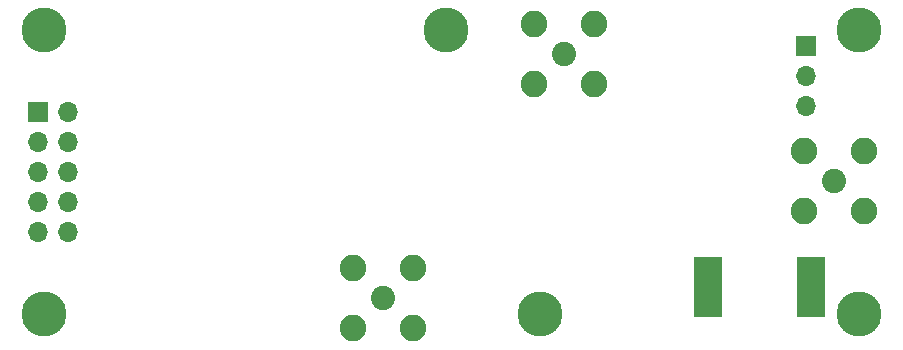
<source format=gbs>
%TF.GenerationSoftware,KiCad,Pcbnew,6.0.0*%
%TF.CreationDate,2022-01-11T02:49:15-08:00*%
%TF.ProjectId,ax5043,61783530-3433-42e6-9b69-6361645f7063,rev?*%
%TF.SameCoordinates,Original*%
%TF.FileFunction,Soldermask,Bot*%
%TF.FilePolarity,Negative*%
%FSLAX46Y46*%
G04 Gerber Fmt 4.6, Leading zero omitted, Abs format (unit mm)*
G04 Created by KiCad (PCBNEW 6.0.0) date 2022-01-11 02:49:15*
%MOMM*%
%LPD*%
G01*
G04 APERTURE LIST*
%ADD10C,2.600000*%
%ADD11C,3.800000*%
%ADD12R,1.700000X1.700000*%
%ADD13O,1.700000X1.700000*%
%ADD14R,2.420000X5.080000*%
%ADD15C,2.050000*%
%ADD16C,2.250000*%
G04 APERTURE END LIST*
D10*
%TO.C,H201*%
X95000000Y-77000000D03*
D11*
X95000000Y-77000000D03*
%TD*%
D12*
%TO.C,J203*%
X117500000Y-54375000D03*
D13*
X117500000Y-56915000D03*
X117500000Y-59455000D03*
%TD*%
D12*
%TO.C,J101*%
X52460000Y-59920000D03*
D13*
X55000000Y-59920000D03*
X52460000Y-62460000D03*
X55000000Y-62460000D03*
X52460000Y-65000000D03*
X55000000Y-65000000D03*
X52460000Y-67540000D03*
X55000000Y-67540000D03*
X52460000Y-70080000D03*
X55000000Y-70080000D03*
%TD*%
D11*
%TO.C,H101*%
X53000000Y-77000000D03*
D10*
X53000000Y-77000000D03*
%TD*%
D14*
%TO.C,J103*%
X109220000Y-74730000D03*
X117980000Y-74730000D03*
%TD*%
D11*
%TO.C,H102*%
X53000000Y-53000000D03*
D10*
X53000000Y-53000000D03*
%TD*%
D11*
%TO.C,H203*%
X122000000Y-53000000D03*
D10*
X122000000Y-53000000D03*
%TD*%
D15*
%TO.C,J102*%
X81700000Y-75700000D03*
D16*
X79160000Y-78240000D03*
X84240000Y-78240000D03*
X84240000Y-73160000D03*
X79160000Y-73160000D03*
%TD*%
D15*
%TO.C,J201*%
X97000000Y-55000000D03*
D16*
X94460000Y-52460000D03*
X94460000Y-57540000D03*
X99540000Y-52460000D03*
X99540000Y-57540000D03*
%TD*%
D10*
%TO.C,H202*%
X122000000Y-77000000D03*
D11*
X122000000Y-77000000D03*
%TD*%
D15*
%TO.C,J202*%
X119900000Y-65800000D03*
D16*
X122440000Y-63260000D03*
X117360000Y-68340000D03*
X122440000Y-68340000D03*
X117360000Y-63260000D03*
%TD*%
D10*
%TO.C,H103*%
X87000000Y-53000000D03*
D11*
X87000000Y-53000000D03*
%TD*%
M02*

</source>
